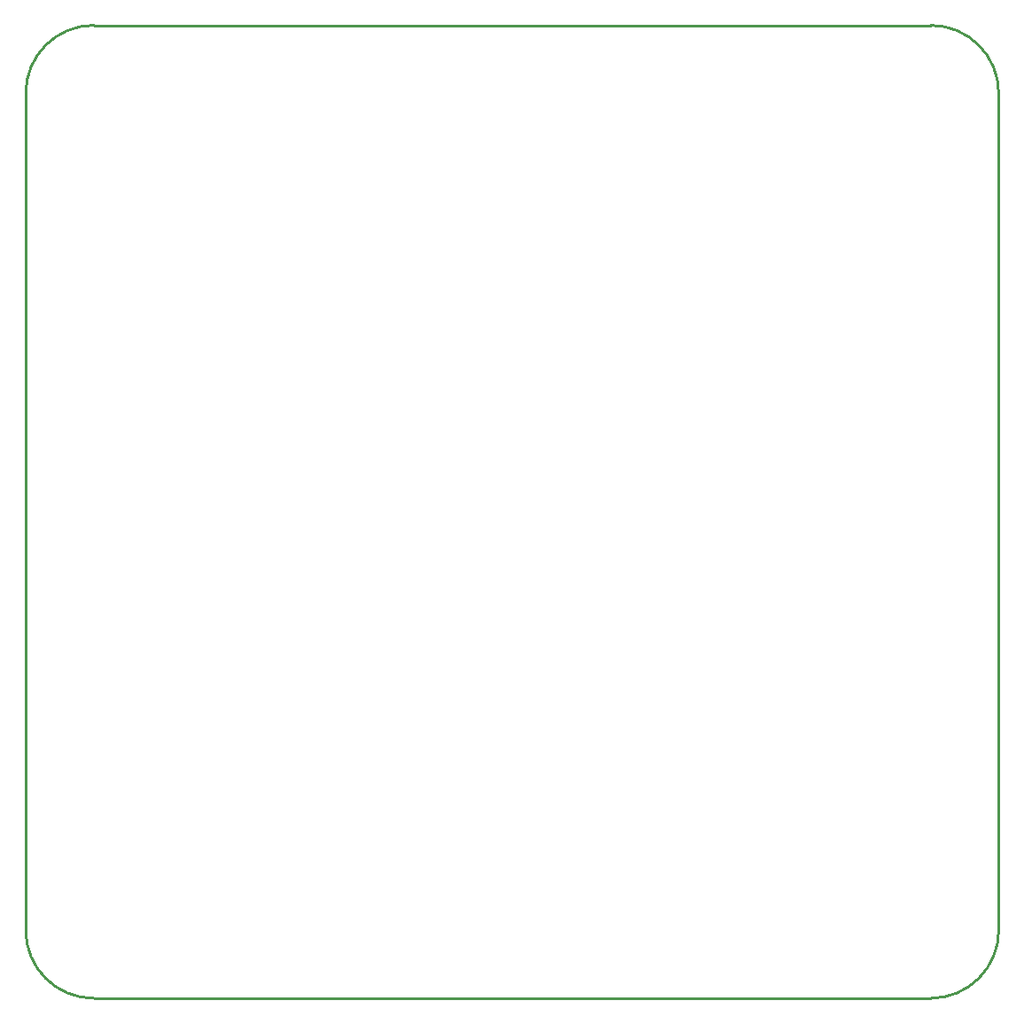
<source format=gko>
G04*
G04 #@! TF.GenerationSoftware,Altium Limited,Altium Designer,21.0.3 (12)*
G04*
G04 Layer_Color=16711935*
%FSLAX25Y25*%
%MOIN*%
G70*
G04*
G04 #@! TF.SameCoordinates,E6294E34-86D8-4D4B-B4CD-31F9D36B8334*
G04*
G04*
G04 #@! TF.FilePolarity,Positive*
G04*
G01*
G75*
%ADD10C,0.01000*%
D10*
X59055Y399606D02*
G03*
X33465Y374016I0J-25591D01*
G01*
X399606D02*
G03*
X374016Y399606I-25591J0D01*
G01*
Y33465D02*
G03*
X399606Y59055I0J25591D01*
G01*
X33465D02*
G03*
X59055Y33465I25591J0D01*
G01*
X33465Y59055D02*
Y374016D01*
X59055Y399606D02*
X374016D01*
X399606Y59055D02*
Y374016D01*
X59055Y33465D02*
X374016D01*
M02*

</source>
